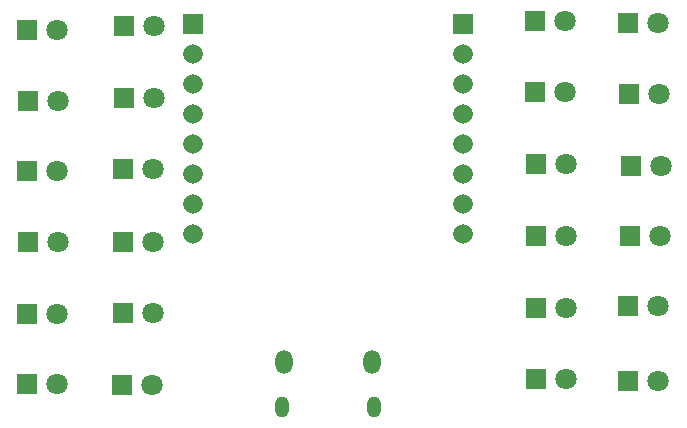
<source format=gbr>
%TF.GenerationSoftware,KiCad,Pcbnew,(7.0.0)*%
%TF.CreationDate,2023-09-27T18:47:42+02:00*%
%TF.ProjectId,ESP32Cam IR LED,45535033-3243-4616-9d20-4952204c4544,rev?*%
%TF.SameCoordinates,Original*%
%TF.FileFunction,Copper,L2,Bot*%
%TF.FilePolarity,Positive*%
%FSLAX46Y46*%
G04 Gerber Fmt 4.6, Leading zero omitted, Abs format (unit mm)*
G04 Created by KiCad (PCBNEW (7.0.0)) date 2023-09-27 18:47:42*
%MOMM*%
%LPD*%
G01*
G04 APERTURE LIST*
%TA.AperFunction,ComponentPad*%
%ADD10R,1.800000X1.800000*%
%TD*%
%TA.AperFunction,ComponentPad*%
%ADD11C,1.800000*%
%TD*%
%TA.AperFunction,ComponentPad*%
%ADD12O,1.150000X1.800000*%
%TD*%
%TA.AperFunction,ComponentPad*%
%ADD13O,1.450000X2.000000*%
%TD*%
%TA.AperFunction,ComponentPad*%
%ADD14C,1.665000*%
%TD*%
%TA.AperFunction,ComponentPad*%
%ADD15R,1.665000X1.665000*%
%TD*%
G04 APERTURE END LIST*
D10*
%TO.P,D4,1,K*%
%TO.N,Net-(D4-K)*%
X51150599Y-60299599D03*
D11*
%TO.P,D4,2,A*%
%TO.N,Net-(D1-A)*%
X53690600Y-60299600D03*
%TD*%
D12*
%TO.P,J1,6,Shield*%
%TO.N,unconnected-(J1-Shield-Pad6)*%
X72717199Y-74244199D03*
D13*
X72867199Y-70444199D03*
X80317199Y-70444199D03*
D12*
X80467199Y-74244199D03*
%TD*%
D10*
%TO.P,D9,1,K*%
%TO.N,Net-(D9-K)*%
X59258199Y-54101999D03*
D11*
%TO.P,D9,2,A*%
%TO.N,Net-(D1-A)*%
X61798200Y-54102000D03*
%TD*%
D10*
%TO.P,D15,1,K*%
%TO.N,Net-(D15-K)*%
X94157799Y-53644799D03*
D11*
%TO.P,D15,2,A*%
%TO.N,Net-(D1-A)*%
X96697800Y-53644800D03*
%TD*%
D10*
%TO.P,D5,1,K*%
%TO.N,Net-(D5-K)*%
X51099799Y-66344799D03*
D11*
%TO.P,D5,2,A*%
%TO.N,Net-(D1-A)*%
X53639800Y-66344800D03*
%TD*%
D10*
%TO.P,D8,1,K*%
%TO.N,Net-(D8-K)*%
X59308999Y-48056799D03*
D11*
%TO.P,D8,2,A*%
%TO.N,Net-(D1-A)*%
X61849000Y-48056800D03*
%TD*%
D10*
%TO.P,D12,1,K*%
%TO.N,Net-(D12-K)*%
X59156599Y-72339199D03*
D11*
%TO.P,D12,2,A*%
%TO.N,Net-(D1-A)*%
X61696600Y-72339200D03*
%TD*%
D10*
%TO.P,D2,1,K*%
%TO.N,Net-(D2-K)*%
X51145599Y-48285399D03*
D11*
%TO.P,D2,2,A*%
%TO.N,Net-(D1-A)*%
X53685600Y-48285400D03*
%TD*%
D10*
%TO.P,D3,1,K*%
%TO.N,Net-(D3-K)*%
X51125199Y-54279799D03*
D11*
%TO.P,D3,2,A*%
%TO.N,Net-(D1-A)*%
X53665200Y-54279800D03*
%TD*%
D10*
%TO.P,D20,1,K*%
%TO.N,Net-(D20-K)*%
X102082599Y-47726599D03*
D11*
%TO.P,D20,2,A*%
%TO.N,Net-(D1-A)*%
X104622600Y-47726600D03*
%TD*%
D14*
%TO.P,U1,1,IO4*%
%TO.N,unconnected-(U1-IO4-Pad1)*%
X65176400Y-59563000D03*
%TO.P,U1,2,IO2*%
%TO.N,unconnected-(U1-IO2-Pad2)*%
X65176400Y-57023000D03*
%TO.P,U1,3,IO14*%
%TO.N,unconnected-(U1-IO14-Pad3)*%
X65176400Y-54483000D03*
%TO.P,U1,4,IO15*%
%TO.N,unconnected-(U1-IO15-Pad4)*%
X65176400Y-51943000D03*
%TO.P,U1,5,IO13*%
%TO.N,unconnected-(U1-IO13-Pad5)*%
X65176400Y-49403000D03*
%TO.P,U1,6,IO12*%
%TO.N,unconnected-(U1-IO12-Pad6)*%
X65176400Y-46863000D03*
%TO.P,U1,7,GND_1*%
%TO.N,GND*%
X65176400Y-44323000D03*
D15*
%TO.P,U1,8,5V*%
%TO.N,Net-(D1-A)*%
X65176399Y-41782999D03*
%TO.P,U1,9,3V3*%
%TO.N,unconnected-(U1-3V3-Pad9)*%
X88036399Y-41782999D03*
D14*
%TO.P,U1,10,IO16*%
%TO.N,unconnected-(U1-IO16-Pad10)*%
X88036400Y-44323000D03*
%TO.P,U1,11,IO0*%
%TO.N,unconnected-(U1-IO0-Pad11)*%
X88036400Y-46863000D03*
%TO.P,U1,12,GND_2*%
%TO.N,GND*%
X88036400Y-49403000D03*
%TO.P,U1,13,VCC*%
%TO.N,unconnected-(U1-VCC-Pad13)*%
X88036400Y-51943000D03*
%TO.P,U1,14,U0R*%
%TO.N,unconnected-(U1-U0R-Pad14)*%
X88036400Y-54483000D03*
%TO.P,U1,15,U0T*%
%TO.N,unconnected-(U1-U0T-Pad15)*%
X88036400Y-57023000D03*
%TO.P,U1,16,GND_3*%
%TO.N,unconnected-(U1-GND_3-Pad16)*%
X88036400Y-59563000D03*
%TD*%
D10*
%TO.P,D11,1,K*%
%TO.N,Net-(D11-K)*%
X59258199Y-66268599D03*
D11*
%TO.P,D11,2,A*%
%TO.N,Net-(D1-A)*%
X61798200Y-66268600D03*
%TD*%
D10*
%TO.P,D22,1,K*%
%TO.N,Net-(D22-K)*%
X102184199Y-59715399D03*
D11*
%TO.P,D22,2,A*%
%TO.N,Net-(D1-A)*%
X104724200Y-59715400D03*
%TD*%
D10*
%TO.P,D18,1,K*%
%TO.N,Net-(D18-K)*%
X94178199Y-71831199D03*
D11*
%TO.P,D18,2,A*%
%TO.N,Net-(D1-A)*%
X96718200Y-71831200D03*
%TD*%
D10*
%TO.P,D21,1,K*%
%TO.N,Net-(D21-K)*%
X102204599Y-53797199D03*
D11*
%TO.P,D21,2,A*%
%TO.N,Net-(D1-A)*%
X104744600Y-53797200D03*
%TD*%
D10*
%TO.P,D14,1,K*%
%TO.N,Net-(D14-K)*%
X94127399Y-47599599D03*
D11*
%TO.P,D14,2,A*%
%TO.N,Net-(D1-A)*%
X96667400Y-47599600D03*
%TD*%
D10*
%TO.P,D6,1,K*%
%TO.N,Net-(D6-K)*%
X51125199Y-72313799D03*
D11*
%TO.P,D6,2,A*%
%TO.N,Net-(D1-A)*%
X53665200Y-72313800D03*
%TD*%
D10*
%TO.P,D24,1,K*%
%TO.N,Net-(D24-K)*%
X101980999Y-72059799D03*
D11*
%TO.P,D24,2,A*%
%TO.N,Net-(D1-A)*%
X104521000Y-72059800D03*
%TD*%
D10*
%TO.P,D10,1,K*%
%TO.N,Net-(D10-K)*%
X59258199Y-60223399D03*
D11*
%TO.P,D10,2,A*%
%TO.N,Net-(D1-A)*%
X61798200Y-60223400D03*
%TD*%
D10*
%TO.P,D7,1,K*%
%TO.N,Net-(D7-K)*%
X59278599Y-41935399D03*
D11*
%TO.P,D7,2,A*%
%TO.N,Net-(D1-A)*%
X61818600Y-41935400D03*
%TD*%
D10*
%TO.P,D16,1,K*%
%TO.N,Net-(D16-K)*%
X94183199Y-59715399D03*
D11*
%TO.P,D16,2,A*%
%TO.N,Net-(D1-A)*%
X96723200Y-59715400D03*
%TD*%
D10*
%TO.P,D19,1,K*%
%TO.N,Net-(D19-K)*%
X101955599Y-41706799D03*
D11*
%TO.P,D19,2,A*%
%TO.N,Net-(D1-A)*%
X104495600Y-41706800D03*
%TD*%
D10*
%TO.P,D17,1,K*%
%TO.N,Net-(D17-K)*%
X94178199Y-65811399D03*
D11*
%TO.P,D17,2,A*%
%TO.N,Net-(D1-A)*%
X96718200Y-65811400D03*
%TD*%
D10*
%TO.P,D13,1,K*%
%TO.N,Net-(D13-K)*%
X94101999Y-41554399D03*
D11*
%TO.P,D13,2,A*%
%TO.N,Net-(D1-A)*%
X96642000Y-41554400D03*
%TD*%
D10*
%TO.P,D23,1,K*%
%TO.N,Net-(D23-K)*%
X102006399Y-65658999D03*
D11*
%TO.P,D23,2,A*%
%TO.N,Net-(D1-A)*%
X104546400Y-65659000D03*
%TD*%
D10*
%TO.P,D1,1,K*%
%TO.N,Net-(D1-K)*%
X51125199Y-42341799D03*
D11*
%TO.P,D1,2,A*%
%TO.N,Net-(D1-A)*%
X53665200Y-42341800D03*
%TD*%
M02*

</source>
